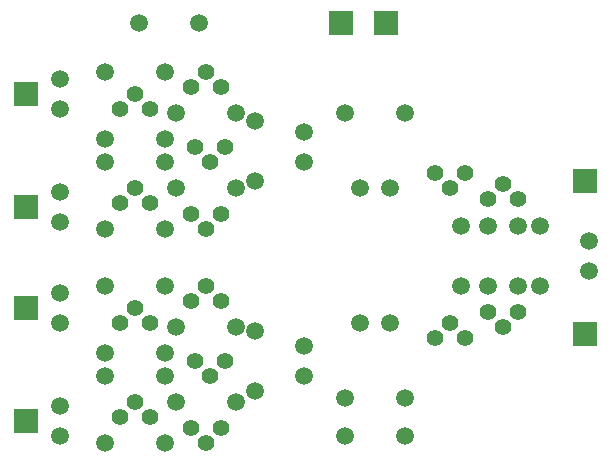
<source format=gts>
G04 Output by ViewMate Deluxe V11.0.9  PentaLogix LLC*
G04 Sun Feb 16 15:40:48 2014*
%FSLAX33Y33*%
%MOMM*%
%IPPOS*%
%ADD111C,1.4122*%
%ADD112C,1.5113*%
%ADD113R,2.0041X2.0041*%

%LPD*%
X0Y0D2*D111*G1X38672Y20091D3*X39942Y21361D3*X41212Y20091D3*X43116Y22314D3*X44386Y21044D3*X45656Y22314D3*X45656Y31839D3*X44386Y33109D3*X43116Y31839D3*X41212Y34061D3*X39942Y32791D3*X38672Y34061D3*X14542Y31521D3*X12002Y31521D3*X13272Y32791D3*X20574Y41364D3*X19304Y42634D3*X18034Y41364D3*X12002Y39459D3*X13272Y40729D3*X14542Y39459D3*X18352Y36284D3*X20892Y36284D3*X19622Y35014D3*X20574Y30569D3*X18034Y30569D3*X19304Y29299D3*X20574Y23266D3*X19304Y24536D3*X18034Y23266D3*X12002Y21361D3*X13272Y22631D3*X14542Y21361D3*X18352Y18186D3*X20892Y18186D3*X19622Y16916D3*X20574Y12471D3*X19304Y11201D3*X18034Y12471D3*X14542Y13424D3*X13272Y14694D3*X12002Y13424D3*D112*X21844Y14694D3*X23432Y15646D3*X23432Y20726D3*X21844Y21044D3*X21844Y32791D3*X23432Y33426D3*X18669Y46761D3*X15812Y42634D3*X13589Y46761D3*X10732Y42634D3*X6922Y41999D3*X6922Y39459D3*X10732Y36919D3*X10732Y35014D3*X6922Y32474D3*X6922Y29934D3*X10732Y29299D3*X10732Y24536D3*X6922Y23901D3*X6922Y21361D3*X10732Y18821D3*X10732Y16916D3*X6922Y14376D3*X6922Y11836D3*X10732Y11201D3*X15812Y11201D3*X16764Y14694D3*X15812Y16916D3*X15812Y18821D3*X16764Y21044D3*X15812Y24536D3*X15812Y29299D3*X16764Y32791D3*X15812Y35014D3*X15812Y36919D3*X16764Y39141D3*X21844Y39141D3*X23432Y38506D3*X36132Y39141D3*X31052Y39141D3*X27559Y37554D3*X27559Y35014D3*X32322Y32791D3*X34862Y32791D3*X40894Y29616D3*X43116Y29616D3*X45656Y29616D3*X47562Y29616D3*X51689Y28346D3*X51689Y25806D3*X47562Y24536D3*X45656Y24536D3*X43116Y24536D3*X40894Y24536D3*X36132Y15011D3*X36132Y11836D3*X31052Y11836D3*X31052Y15011D3*X27559Y16916D3*X27559Y19456D3*X32322Y21361D3*X34862Y21361D3*D113*X51372Y20409D3*X51372Y33426D3*X34544Y46761D3*X30734Y46761D3*X4064Y40729D3*X4064Y31204D3*X4064Y22631D3*X4064Y13106D3*X0Y0D2*M02*
</source>
